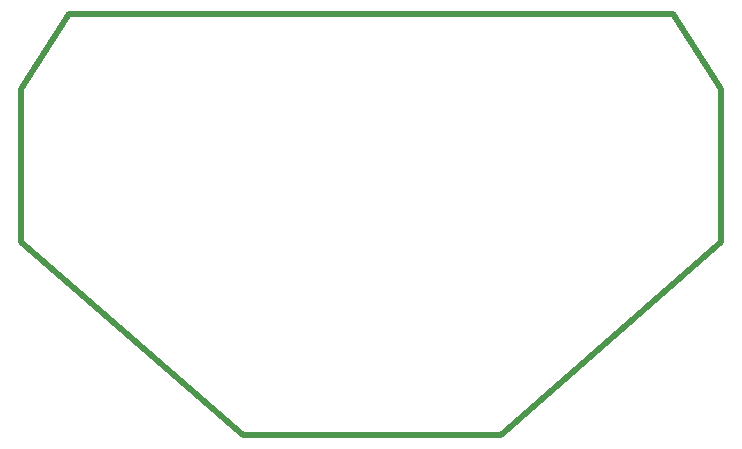
<source format=gbr>
G04 ( created by brdgerber.py ( brdgerber.py v0.1 2014-03-12 ) ) date 2021-02-22 12:09:14 EST*
G04 Gerber Fmt 3.4, Leading zero omitted, Abs format*
%MOIN*%
%FSLAX34Y34*%
G01*
G70*
G90*
G04 APERTURE LIST*
%ADD11C,0.1600*%
%ADD13C,0.0150*%
%ADD12C,0.0100*%
%ADD14R,0.0550X0.0550*%
%ADD15C,0.0550*%
%ADD18C,0.0000*%
%ADD10C,0.0200*%
%ADD17C,0.0787*%
%ADD16C,0.0120*%
G04 APERTURE END LIST*
G54D11*
D10*
G01X-11250Y-02000D02*
G01X-03850Y-08450D01*
D10*
G01X-11250Y-01000D02*
G01X-11250Y-02000D01*
D10*
G01X12100Y-02000D02*
G01X04750Y-08450D01*
D10*
G01X-03850Y-08450D02*
G01X04750Y-08450D01*
D10*
G01X12100Y-01000D02*
G01X12100Y-02000D01*
D10*
G01X12100Y03100D02*
G01X12100Y-01000D01*
D10*
G01X-08750Y05600D02*
G01X09600Y05600D01*
D10*
G01X10500Y05600D02*
G01X12100Y03100D01*
D10*
G01X09550Y05600D02*
G01X10500Y05600D01*
D10*
G01X-09650Y05600D02*
G01X-11250Y03100D01*
D10*
G01X-08700Y05600D02*
G01X-09650Y05600D01*
D10*
G01X-11250Y03100D02*
G01X-11250Y-01000D01*
M02*

</source>
